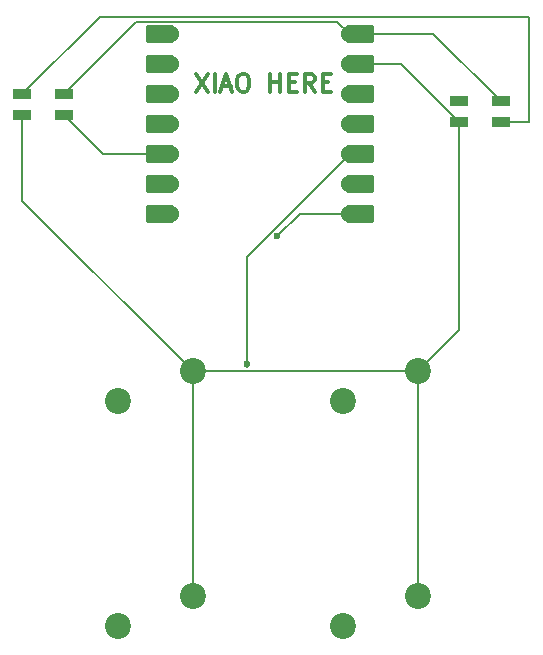
<source format=gbr>
%TF.GenerationSoftware,KiCad,Pcbnew,8.0.8-8.0.8-0~ubuntu24.04.1*%
%TF.CreationDate,2025-02-20T15:32:54-05:00*%
%TF.ProjectId,projects,70726f6a-6563-4747-932e-6b696361645f,rev?*%
%TF.SameCoordinates,Original*%
%TF.FileFunction,Copper,L1,Top*%
%TF.FilePolarity,Positive*%
%FSLAX46Y46*%
G04 Gerber Fmt 4.6, Leading zero omitted, Abs format (unit mm)*
G04 Created by KiCad (PCBNEW 8.0.8-8.0.8-0~ubuntu24.04.1) date 2025-02-20 15:32:54*
%MOMM*%
%LPD*%
G01*
G04 APERTURE LIST*
G04 Aperture macros list*
%AMRoundRect*
0 Rectangle with rounded corners*
0 $1 Rounding radius*
0 $2 $3 $4 $5 $6 $7 $8 $9 X,Y pos of 4 corners*
0 Add a 4 corners polygon primitive as box body*
4,1,4,$2,$3,$4,$5,$6,$7,$8,$9,$2,$3,0*
0 Add four circle primitives for the rounded corners*
1,1,$1+$1,$2,$3*
1,1,$1+$1,$4,$5*
1,1,$1+$1,$6,$7*
1,1,$1+$1,$8,$9*
0 Add four rect primitives between the rounded corners*
20,1,$1+$1,$2,$3,$4,$5,0*
20,1,$1+$1,$4,$5,$6,$7,0*
20,1,$1+$1,$6,$7,$8,$9,0*
20,1,$1+$1,$8,$9,$2,$3,0*%
G04 Aperture macros list end*
%ADD10C,0.300000*%
%TA.AperFunction,NonConductor*%
%ADD11C,0.300000*%
%TD*%
%TA.AperFunction,ComponentPad*%
%ADD12C,2.200000*%
%TD*%
%TA.AperFunction,SMDPad,CuDef*%
%ADD13R,1.600000X0.850000*%
%TD*%
%TA.AperFunction,SMDPad,CuDef*%
%ADD14RoundRect,0.152400X1.063600X0.609600X-1.063600X0.609600X-1.063600X-0.609600X1.063600X-0.609600X0*%
%TD*%
%TA.AperFunction,ComponentPad*%
%ADD15C,1.524000*%
%TD*%
%TA.AperFunction,SMDPad,CuDef*%
%ADD16RoundRect,0.152400X-1.063600X-0.609600X1.063600X-0.609600X1.063600X0.609600X-1.063600X0.609600X0*%
%TD*%
%TA.AperFunction,ViaPad*%
%ADD17C,0.600000*%
%TD*%
%TA.AperFunction,Conductor*%
%ADD18C,0.200000*%
%TD*%
G04 APERTURE END LIST*
D10*
D11*
X78992903Y-43544578D02*
X79992903Y-45044578D01*
X79992903Y-43544578D02*
X78992903Y-45044578D01*
X80564331Y-45044578D02*
X80564331Y-43544578D01*
X81207189Y-44616007D02*
X81921475Y-44616007D01*
X81064332Y-45044578D02*
X81564332Y-43544578D01*
X81564332Y-43544578D02*
X82064332Y-45044578D01*
X82850046Y-43544578D02*
X83135760Y-43544578D01*
X83135760Y-43544578D02*
X83278617Y-43616007D01*
X83278617Y-43616007D02*
X83421474Y-43758864D01*
X83421474Y-43758864D02*
X83492903Y-44044578D01*
X83492903Y-44044578D02*
X83492903Y-44544578D01*
X83492903Y-44544578D02*
X83421474Y-44830292D01*
X83421474Y-44830292D02*
X83278617Y-44973150D01*
X83278617Y-44973150D02*
X83135760Y-45044578D01*
X83135760Y-45044578D02*
X82850046Y-45044578D01*
X82850046Y-45044578D02*
X82707189Y-44973150D01*
X82707189Y-44973150D02*
X82564331Y-44830292D01*
X82564331Y-44830292D02*
X82492903Y-44544578D01*
X82492903Y-44544578D02*
X82492903Y-44044578D01*
X82492903Y-44044578D02*
X82564331Y-43758864D01*
X82564331Y-43758864D02*
X82707189Y-43616007D01*
X82707189Y-43616007D02*
X82850046Y-43544578D01*
X85278617Y-45044578D02*
X85278617Y-43544578D01*
X85278617Y-44258864D02*
X86135760Y-44258864D01*
X86135760Y-45044578D02*
X86135760Y-43544578D01*
X86850046Y-44258864D02*
X87350046Y-44258864D01*
X87564332Y-45044578D02*
X86850046Y-45044578D01*
X86850046Y-45044578D02*
X86850046Y-43544578D01*
X86850046Y-43544578D02*
X87564332Y-43544578D01*
X89064332Y-45044578D02*
X88564332Y-44330292D01*
X88207189Y-45044578D02*
X88207189Y-43544578D01*
X88207189Y-43544578D02*
X88778618Y-43544578D01*
X88778618Y-43544578D02*
X88921475Y-43616007D01*
X88921475Y-43616007D02*
X88992904Y-43687435D01*
X88992904Y-43687435D02*
X89064332Y-43830292D01*
X89064332Y-43830292D02*
X89064332Y-44044578D01*
X89064332Y-44044578D02*
X88992904Y-44187435D01*
X88992904Y-44187435D02*
X88921475Y-44258864D01*
X88921475Y-44258864D02*
X88778618Y-44330292D01*
X88778618Y-44330292D02*
X88207189Y-44330292D01*
X89707189Y-44258864D02*
X90207189Y-44258864D01*
X90421475Y-45044578D02*
X89707189Y-45044578D01*
X89707189Y-45044578D02*
X89707189Y-43544578D01*
X89707189Y-43544578D02*
X90421475Y-43544578D01*
D12*
%TO.P,SW4,1,1*%
%TO.N,GND*%
X97790000Y-87788750D03*
%TO.P,SW4,2,2*%
%TO.N,Net-(U1-GPIO3{slash}MOSI)*%
X91440000Y-90328750D03*
%TD*%
%TO.P,SW1,1,1*%
%TO.N,GND*%
X78740000Y-68738750D03*
%TO.P,SW1,2,2*%
%TO.N,Net-(U1-GPIO1{slash}RX)*%
X72390000Y-71278750D03*
%TD*%
D13*
%TO.P,D2,1,DOUT*%
%TO.N,unconnected-(D2-DOUT-Pad1)*%
X101275000Y-45875000D03*
%TO.P,D2,2,VSS*%
%TO.N,GND*%
X101275000Y-47625000D03*
%TO.P,D2,3,DIN*%
%TO.N,Net-(D1-DOUT)*%
X104775000Y-47625000D03*
%TO.P,D2,4,VDD*%
%TO.N,+5V*%
X104775000Y-45875000D03*
%TD*%
D14*
%TO.P,U1,1,GPIO26/ADC0/A0*%
%TO.N,unconnected-(U1-GPIO26{slash}ADC0{slash}A0-Pad1)*%
X75936000Y-40185750D03*
D15*
X76771000Y-40185750D03*
D14*
%TO.P,U1,2,GPIO27/ADC1/A1*%
%TO.N,unconnected-(U1-GPIO27{slash}ADC1{slash}A1-Pad2)*%
X75936000Y-42725750D03*
D15*
X76771000Y-42725750D03*
D14*
%TO.P,U1,3,GPIO28/ADC2/A2*%
%TO.N,unconnected-(U1-GPIO28{slash}ADC2{slash}A2-Pad3)*%
X75936000Y-45265750D03*
D15*
X76771000Y-45265750D03*
D14*
%TO.P,U1,4,GPIO29/ADC3/A3*%
%TO.N,unconnected-(U1-GPIO29{slash}ADC3{slash}A3-Pad4)*%
X75936000Y-47805750D03*
D15*
X76771000Y-47805750D03*
D14*
%TO.P,U1,5,GPIO6/SDA*%
%TO.N,Net-(D1-DIN)*%
X75936000Y-50345750D03*
D15*
X76771000Y-50345750D03*
D14*
%TO.P,U1,6,GPIO7/SCL*%
%TO.N,unconnected-(U1-GPIO7{slash}SCL-Pad6)*%
X75936000Y-52885750D03*
D15*
X76771000Y-52885750D03*
D14*
%TO.P,U1,7,GPIO0/TX*%
%TO.N,unconnected-(U1-GPIO0{slash}TX-Pad7)*%
X75936000Y-55425750D03*
D15*
X76771000Y-55425750D03*
%TO.P,U1,8,GPIO1/RX*%
%TO.N,Net-(U1-GPIO1{slash}RX)*%
X92011000Y-55425750D03*
D16*
X92846000Y-55425750D03*
D15*
%TO.P,U1,9,GPIO2/SCK*%
%TO.N,Net-(U1-GPIO2{slash}SCK)*%
X92011000Y-52885750D03*
D16*
X92846000Y-52885750D03*
D15*
%TO.P,U1,10,GPIO4/MISO*%
%TO.N,Net-(U1-GPIO4{slash}MISO)*%
X92011000Y-50345750D03*
D16*
X92846000Y-50345750D03*
D15*
%TO.P,U1,11,GPIO3/MOSI*%
%TO.N,Net-(U1-GPIO3{slash}MOSI)*%
X92011000Y-47805750D03*
D16*
X92846000Y-47805750D03*
D15*
%TO.P,U1,12,3V3*%
%TO.N,unconnected-(U1-3V3-Pad12)*%
X92011000Y-45265750D03*
D16*
X92846000Y-45265750D03*
D15*
%TO.P,U1,13,GND*%
%TO.N,GND*%
X92011000Y-42725750D03*
D16*
X92846000Y-42725750D03*
D15*
%TO.P,U1,14,VBUS*%
%TO.N,+5V*%
X92011000Y-40185750D03*
D16*
X92846000Y-40185750D03*
%TD*%
D12*
%TO.P,SW3,1,1*%
%TO.N,GND*%
X78740000Y-87788750D03*
%TO.P,SW3,2,2*%
%TO.N,Net-(U1-GPIO4{slash}MISO)*%
X72390000Y-90328750D03*
%TD*%
D13*
%TO.P,D1,1,DOUT*%
%TO.N,Net-(D1-DOUT)*%
X64293750Y-45243750D03*
%TO.P,D1,2,VSS*%
%TO.N,GND*%
X64293750Y-46993750D03*
%TO.P,D1,3,DIN*%
%TO.N,Net-(D1-DIN)*%
X67793750Y-46993750D03*
%TO.P,D1,4,VDD*%
%TO.N,+5V*%
X67793750Y-45243750D03*
%TD*%
D12*
%TO.P,SW2,1,1*%
%TO.N,GND*%
X97790000Y-68738750D03*
%TO.P,SW2,2,2*%
%TO.N,Net-(U1-GPIO2{slash}SCK)*%
X91440000Y-71278750D03*
%TD*%
D17*
%TO.N,Net-(U1-GPIO1{slash}RX)*%
X85890140Y-57315140D03*
%TO.N,Net-(U1-GPIO4{slash}MISO)*%
X83343750Y-68138750D03*
%TD*%
D18*
%TO.N,Net-(D1-DIN)*%
X71145750Y-50345750D02*
X76771000Y-50345750D01*
X67793750Y-46993750D02*
X71145750Y-50345750D01*
%TO.N,GND*%
X101275000Y-65253750D02*
X97790000Y-68738750D01*
X101275000Y-47625000D02*
X101275000Y-65253750D01*
X78740000Y-68738750D02*
X97790000Y-68738750D01*
X96375750Y-42725750D02*
X92011000Y-42725750D01*
X101275000Y-47625000D02*
X96375750Y-42725750D01*
X97790000Y-68738750D02*
X97790000Y-87788750D01*
X64293750Y-46993750D02*
X64293750Y-54292500D01*
X64293750Y-54292500D02*
X78740000Y-68738750D01*
X78740000Y-68738750D02*
X78740000Y-87788750D01*
%TO.N,Net-(D1-DOUT)*%
X64293750Y-45243750D02*
X70837500Y-38700000D01*
X70837500Y-38700000D02*
X107156250Y-38700000D01*
X107156250Y-47625000D02*
X104775000Y-47625000D01*
X107156250Y-38700000D02*
X107156250Y-47625000D01*
%TO.N,+5V*%
X92011000Y-40185750D02*
X99085750Y-40185750D01*
X90949000Y-39123750D02*
X92011000Y-40185750D01*
X67793750Y-45243750D02*
X73913750Y-39123750D01*
X99085750Y-40185750D02*
X104775000Y-45875000D01*
X73913750Y-39123750D02*
X90949000Y-39123750D01*
%TO.N,Net-(U1-GPIO1{slash}RX)*%
X87779530Y-55425750D02*
X92011000Y-55425750D01*
X85890140Y-57315140D02*
X87779530Y-55425750D01*
%TO.N,Net-(U1-GPIO4{slash}MISO)*%
X83343750Y-59013000D02*
X83343750Y-68338750D01*
X83343750Y-68338750D02*
X83343750Y-68138750D01*
X92011000Y-50345750D02*
X83343750Y-59013000D01*
%TD*%
M02*

</source>
